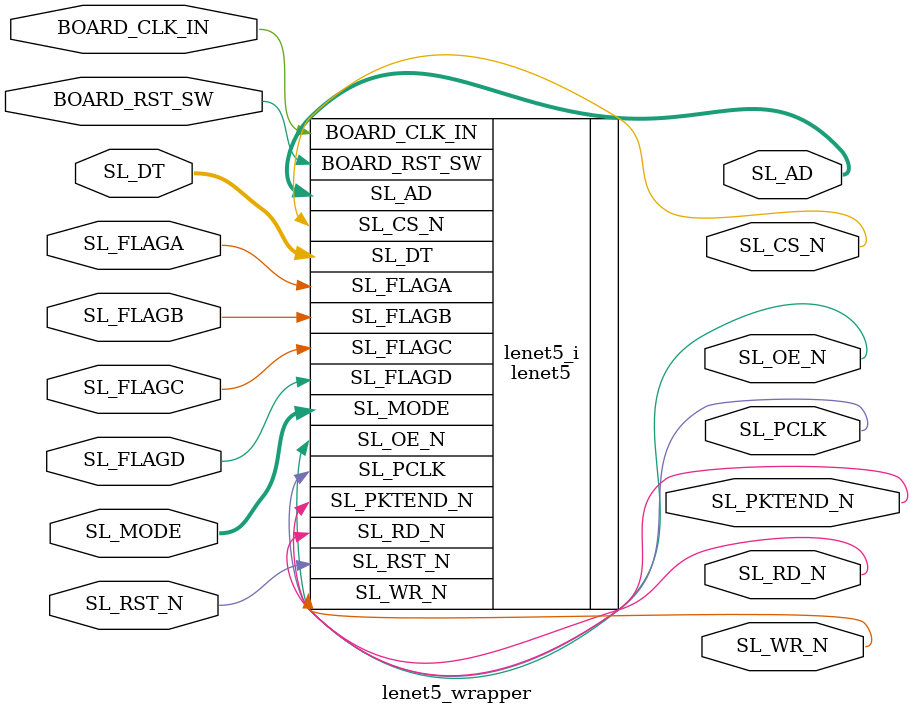
<source format=v>
`timescale 1 ps / 1 ps

module lenet5_wrapper
   (BOARD_CLK_IN,
    BOARD_RST_SW,
    SL_AD,
    SL_CS_N,
    SL_DT,
    SL_FLAGA,
    SL_FLAGB,
    SL_FLAGC,
    SL_FLAGD,
    SL_MODE,
    SL_OE_N,
    SL_PCLK,
    SL_PKTEND_N,
    SL_RD_N,
    SL_RST_N,
    SL_WR_N);
  input BOARD_CLK_IN;
  input BOARD_RST_SW;
  output [1:0]SL_AD;
  output SL_CS_N;
  inout [31:0]SL_DT;
  input SL_FLAGA;
  input SL_FLAGB;
  input SL_FLAGC;
  input SL_FLAGD;
  input [1:0]SL_MODE;
  output SL_OE_N;
  output SL_PCLK;
  output SL_PKTEND_N;
  output SL_RD_N;
  input SL_RST_N;
  output SL_WR_N;

  wire BOARD_CLK_IN;
  wire BOARD_RST_SW;
  wire [1:0]SL_AD;
  wire SL_CS_N;
  wire [31:0]SL_DT;
  wire SL_FLAGA;
  wire SL_FLAGB;
  wire SL_FLAGC;
  wire SL_FLAGD;
  wire [1:0]SL_MODE;
  wire SL_OE_N;
  wire SL_PCLK;
  wire SL_PKTEND_N;
  wire SL_RD_N;
  wire SL_RST_N;
  wire SL_WR_N;

  lenet5 lenet5_i
       (.BOARD_CLK_IN(BOARD_CLK_IN),
        .BOARD_RST_SW(BOARD_RST_SW),
        .SL_AD(SL_AD),
        .SL_CS_N(SL_CS_N),
        .SL_DT(SL_DT),
        .SL_FLAGA(SL_FLAGA),
        .SL_FLAGB(SL_FLAGB),
        .SL_FLAGC(SL_FLAGC),
        .SL_FLAGD(SL_FLAGD),
        .SL_MODE(SL_MODE),
        .SL_OE_N(SL_OE_N),
        .SL_PCLK(SL_PCLK),
        .SL_PKTEND_N(SL_PKTEND_N),
        .SL_RD_N(SL_RD_N),
        .SL_RST_N(SL_RST_N),
        .SL_WR_N(SL_WR_N));
endmodule

</source>
